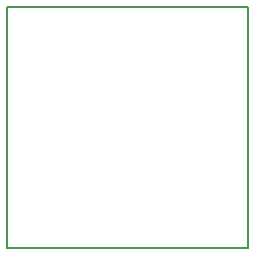
<source format=gbr>
%TF.GenerationSoftware,KiCad,Pcbnew,7.0.10*%
%TF.CreationDate,2025-02-05T15:49:07-05:00*%
%TF.ProjectId,pcb2,70636232-2e6b-4696-9361-645f70636258,rev?*%
%TF.SameCoordinates,Original*%
%TF.FileFunction,Profile,NP*%
%FSLAX46Y46*%
G04 Gerber Fmt 4.6, Leading zero omitted, Abs format (unit mm)*
G04 Created by KiCad (PCBNEW 7.0.10) date 2025-02-05 15:49:07*
%MOMM*%
%LPD*%
G01*
G04 APERTURE LIST*
%TA.AperFunction,Profile*%
%ADD10C,0.200000*%
%TD*%
G04 APERTURE END LIST*
D10*
X149620000Y-93570000D02*
X170000000Y-93570000D01*
X170000000Y-113920000D01*
X149620000Y-113920000D01*
X149620000Y-93570000D01*
M02*

</source>
